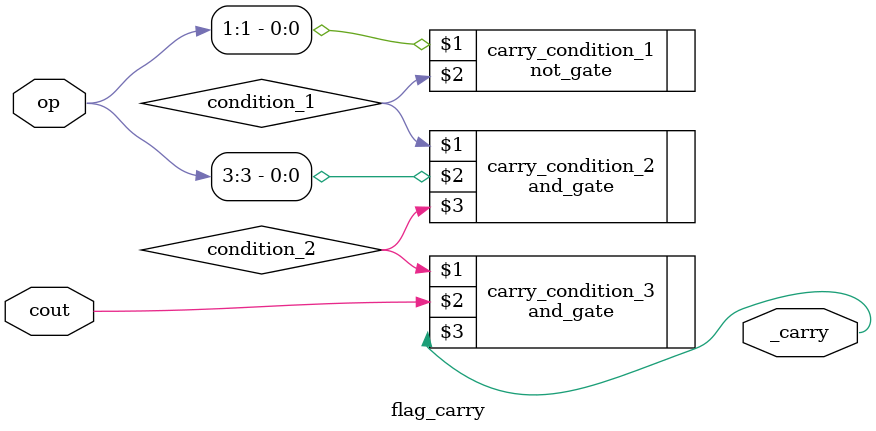
<source format=sv>
module flag_carry(input logic cout, input logic [3:0] op,
												output logic _carry);

	logic condition_1;
	logic condition_2;
												
	not_gate #(1) carry_condition_1(op[1], condition_1);
	and_gate #(1) carry_condition_2(condition_1, op[3], condition_2);
	and_gate #(1) carry_condition_3(condition_2, cout, _carry);

endmodule

</source>
